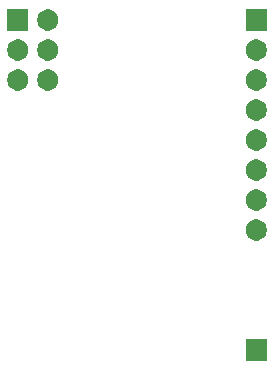
<source format=gbr>
G04 #@! TF.GenerationSoftware,KiCad,Pcbnew,5.1.5*
G04 #@! TF.CreationDate,2020-01-01T11:05:53+01:00*
G04 #@! TF.ProjectId,LORA_ATTINY84,4c4f5241-5f41-4545-9449-4e5938342e6b,rev?*
G04 #@! TF.SameCoordinates,Original*
G04 #@! TF.FileFunction,Soldermask,Bot*
G04 #@! TF.FilePolarity,Negative*
%FSLAX46Y46*%
G04 Gerber Fmt 4.6, Leading zero omitted, Abs format (unit mm)*
G04 Created by KiCad (PCBNEW 5.1.5) date 2020-01-01 11:05:53*
%MOMM*%
%LPD*%
G04 APERTURE LIST*
%ADD10C,0.100000*%
G04 APERTURE END LIST*
D10*
G36*
X90436000Y-77101000D02*
G01*
X88634000Y-77101000D01*
X88634000Y-75299000D01*
X90436000Y-75299000D01*
X90436000Y-77101000D01*
G37*
G36*
X89648512Y-65143927D02*
G01*
X89797812Y-65173624D01*
X89961784Y-65241544D01*
X90109354Y-65340147D01*
X90234853Y-65465646D01*
X90333456Y-65613216D01*
X90401376Y-65777188D01*
X90436000Y-65951259D01*
X90436000Y-66128741D01*
X90401376Y-66302812D01*
X90333456Y-66466784D01*
X90234853Y-66614354D01*
X90109354Y-66739853D01*
X89961784Y-66838456D01*
X89797812Y-66906376D01*
X89648512Y-66936073D01*
X89623742Y-66941000D01*
X89446258Y-66941000D01*
X89421488Y-66936073D01*
X89272188Y-66906376D01*
X89108216Y-66838456D01*
X88960646Y-66739853D01*
X88835147Y-66614354D01*
X88736544Y-66466784D01*
X88668624Y-66302812D01*
X88634000Y-66128741D01*
X88634000Y-65951259D01*
X88668624Y-65777188D01*
X88736544Y-65613216D01*
X88835147Y-65465646D01*
X88960646Y-65340147D01*
X89108216Y-65241544D01*
X89272188Y-65173624D01*
X89421488Y-65143927D01*
X89446258Y-65139000D01*
X89623742Y-65139000D01*
X89648512Y-65143927D01*
G37*
G36*
X89648512Y-62603927D02*
G01*
X89797812Y-62633624D01*
X89961784Y-62701544D01*
X90109354Y-62800147D01*
X90234853Y-62925646D01*
X90333456Y-63073216D01*
X90401376Y-63237188D01*
X90436000Y-63411259D01*
X90436000Y-63588741D01*
X90401376Y-63762812D01*
X90333456Y-63926784D01*
X90234853Y-64074354D01*
X90109354Y-64199853D01*
X89961784Y-64298456D01*
X89797812Y-64366376D01*
X89648512Y-64396073D01*
X89623742Y-64401000D01*
X89446258Y-64401000D01*
X89421488Y-64396073D01*
X89272188Y-64366376D01*
X89108216Y-64298456D01*
X88960646Y-64199853D01*
X88835147Y-64074354D01*
X88736544Y-63926784D01*
X88668624Y-63762812D01*
X88634000Y-63588741D01*
X88634000Y-63411259D01*
X88668624Y-63237188D01*
X88736544Y-63073216D01*
X88835147Y-62925646D01*
X88960646Y-62800147D01*
X89108216Y-62701544D01*
X89272188Y-62633624D01*
X89421488Y-62603927D01*
X89446258Y-62599000D01*
X89623742Y-62599000D01*
X89648512Y-62603927D01*
G37*
G36*
X89648512Y-60063927D02*
G01*
X89797812Y-60093624D01*
X89961784Y-60161544D01*
X90109354Y-60260147D01*
X90234853Y-60385646D01*
X90333456Y-60533216D01*
X90401376Y-60697188D01*
X90436000Y-60871259D01*
X90436000Y-61048741D01*
X90401376Y-61222812D01*
X90333456Y-61386784D01*
X90234853Y-61534354D01*
X90109354Y-61659853D01*
X89961784Y-61758456D01*
X89797812Y-61826376D01*
X89648512Y-61856073D01*
X89623742Y-61861000D01*
X89446258Y-61861000D01*
X89421488Y-61856073D01*
X89272188Y-61826376D01*
X89108216Y-61758456D01*
X88960646Y-61659853D01*
X88835147Y-61534354D01*
X88736544Y-61386784D01*
X88668624Y-61222812D01*
X88634000Y-61048741D01*
X88634000Y-60871259D01*
X88668624Y-60697188D01*
X88736544Y-60533216D01*
X88835147Y-60385646D01*
X88960646Y-60260147D01*
X89108216Y-60161544D01*
X89272188Y-60093624D01*
X89421488Y-60063927D01*
X89446258Y-60059000D01*
X89623742Y-60059000D01*
X89648512Y-60063927D01*
G37*
G36*
X89648512Y-57523927D02*
G01*
X89797812Y-57553624D01*
X89961784Y-57621544D01*
X90109354Y-57720147D01*
X90234853Y-57845646D01*
X90333456Y-57993216D01*
X90401376Y-58157188D01*
X90436000Y-58331259D01*
X90436000Y-58508741D01*
X90401376Y-58682812D01*
X90333456Y-58846784D01*
X90234853Y-58994354D01*
X90109354Y-59119853D01*
X89961784Y-59218456D01*
X89797812Y-59286376D01*
X89648512Y-59316073D01*
X89623742Y-59321000D01*
X89446258Y-59321000D01*
X89421488Y-59316073D01*
X89272188Y-59286376D01*
X89108216Y-59218456D01*
X88960646Y-59119853D01*
X88835147Y-58994354D01*
X88736544Y-58846784D01*
X88668624Y-58682812D01*
X88634000Y-58508741D01*
X88634000Y-58331259D01*
X88668624Y-58157188D01*
X88736544Y-57993216D01*
X88835147Y-57845646D01*
X88960646Y-57720147D01*
X89108216Y-57621544D01*
X89272188Y-57553624D01*
X89421488Y-57523927D01*
X89446258Y-57519000D01*
X89623742Y-57519000D01*
X89648512Y-57523927D01*
G37*
G36*
X89648512Y-54983927D02*
G01*
X89797812Y-55013624D01*
X89961784Y-55081544D01*
X90109354Y-55180147D01*
X90234853Y-55305646D01*
X90333456Y-55453216D01*
X90401376Y-55617188D01*
X90436000Y-55791259D01*
X90436000Y-55968741D01*
X90401376Y-56142812D01*
X90333456Y-56306784D01*
X90234853Y-56454354D01*
X90109354Y-56579853D01*
X89961784Y-56678456D01*
X89797812Y-56746376D01*
X89648512Y-56776073D01*
X89623742Y-56781000D01*
X89446258Y-56781000D01*
X89421488Y-56776073D01*
X89272188Y-56746376D01*
X89108216Y-56678456D01*
X88960646Y-56579853D01*
X88835147Y-56454354D01*
X88736544Y-56306784D01*
X88668624Y-56142812D01*
X88634000Y-55968741D01*
X88634000Y-55791259D01*
X88668624Y-55617188D01*
X88736544Y-55453216D01*
X88835147Y-55305646D01*
X88960646Y-55180147D01*
X89108216Y-55081544D01*
X89272188Y-55013624D01*
X89421488Y-54983927D01*
X89446258Y-54979000D01*
X89623742Y-54979000D01*
X89648512Y-54983927D01*
G37*
G36*
X89648512Y-52443927D02*
G01*
X89797812Y-52473624D01*
X89961784Y-52541544D01*
X90109354Y-52640147D01*
X90234853Y-52765646D01*
X90333456Y-52913216D01*
X90401376Y-53077188D01*
X90436000Y-53251259D01*
X90436000Y-53428741D01*
X90401376Y-53602812D01*
X90333456Y-53766784D01*
X90234853Y-53914354D01*
X90109354Y-54039853D01*
X89961784Y-54138456D01*
X89797812Y-54206376D01*
X89648512Y-54236073D01*
X89623742Y-54241000D01*
X89446258Y-54241000D01*
X89421488Y-54236073D01*
X89272188Y-54206376D01*
X89108216Y-54138456D01*
X88960646Y-54039853D01*
X88835147Y-53914354D01*
X88736544Y-53766784D01*
X88668624Y-53602812D01*
X88634000Y-53428741D01*
X88634000Y-53251259D01*
X88668624Y-53077188D01*
X88736544Y-52913216D01*
X88835147Y-52765646D01*
X88960646Y-52640147D01*
X89108216Y-52541544D01*
X89272188Y-52473624D01*
X89421488Y-52443927D01*
X89446258Y-52439000D01*
X89623742Y-52439000D01*
X89648512Y-52443927D01*
G37*
G36*
X71995512Y-52443927D02*
G01*
X72144812Y-52473624D01*
X72308784Y-52541544D01*
X72456354Y-52640147D01*
X72581853Y-52765646D01*
X72680456Y-52913216D01*
X72748376Y-53077188D01*
X72783000Y-53251259D01*
X72783000Y-53428741D01*
X72748376Y-53602812D01*
X72680456Y-53766784D01*
X72581853Y-53914354D01*
X72456354Y-54039853D01*
X72308784Y-54138456D01*
X72144812Y-54206376D01*
X71995512Y-54236073D01*
X71970742Y-54241000D01*
X71793258Y-54241000D01*
X71768488Y-54236073D01*
X71619188Y-54206376D01*
X71455216Y-54138456D01*
X71307646Y-54039853D01*
X71182147Y-53914354D01*
X71083544Y-53766784D01*
X71015624Y-53602812D01*
X70981000Y-53428741D01*
X70981000Y-53251259D01*
X71015624Y-53077188D01*
X71083544Y-52913216D01*
X71182147Y-52765646D01*
X71307646Y-52640147D01*
X71455216Y-52541544D01*
X71619188Y-52473624D01*
X71768488Y-52443927D01*
X71793258Y-52439000D01*
X71970742Y-52439000D01*
X71995512Y-52443927D01*
G37*
G36*
X69455512Y-52443927D02*
G01*
X69604812Y-52473624D01*
X69768784Y-52541544D01*
X69916354Y-52640147D01*
X70041853Y-52765646D01*
X70140456Y-52913216D01*
X70208376Y-53077188D01*
X70243000Y-53251259D01*
X70243000Y-53428741D01*
X70208376Y-53602812D01*
X70140456Y-53766784D01*
X70041853Y-53914354D01*
X69916354Y-54039853D01*
X69768784Y-54138456D01*
X69604812Y-54206376D01*
X69455512Y-54236073D01*
X69430742Y-54241000D01*
X69253258Y-54241000D01*
X69228488Y-54236073D01*
X69079188Y-54206376D01*
X68915216Y-54138456D01*
X68767646Y-54039853D01*
X68642147Y-53914354D01*
X68543544Y-53766784D01*
X68475624Y-53602812D01*
X68441000Y-53428741D01*
X68441000Y-53251259D01*
X68475624Y-53077188D01*
X68543544Y-52913216D01*
X68642147Y-52765646D01*
X68767646Y-52640147D01*
X68915216Y-52541544D01*
X69079188Y-52473624D01*
X69228488Y-52443927D01*
X69253258Y-52439000D01*
X69430742Y-52439000D01*
X69455512Y-52443927D01*
G37*
G36*
X69455512Y-49903927D02*
G01*
X69604812Y-49933624D01*
X69768784Y-50001544D01*
X69916354Y-50100147D01*
X70041853Y-50225646D01*
X70140456Y-50373216D01*
X70208376Y-50537188D01*
X70243000Y-50711259D01*
X70243000Y-50888741D01*
X70208376Y-51062812D01*
X70140456Y-51226784D01*
X70041853Y-51374354D01*
X69916354Y-51499853D01*
X69768784Y-51598456D01*
X69604812Y-51666376D01*
X69455512Y-51696073D01*
X69430742Y-51701000D01*
X69253258Y-51701000D01*
X69228488Y-51696073D01*
X69079188Y-51666376D01*
X68915216Y-51598456D01*
X68767646Y-51499853D01*
X68642147Y-51374354D01*
X68543544Y-51226784D01*
X68475624Y-51062812D01*
X68441000Y-50888741D01*
X68441000Y-50711259D01*
X68475624Y-50537188D01*
X68543544Y-50373216D01*
X68642147Y-50225646D01*
X68767646Y-50100147D01*
X68915216Y-50001544D01*
X69079188Y-49933624D01*
X69228488Y-49903927D01*
X69253258Y-49899000D01*
X69430742Y-49899000D01*
X69455512Y-49903927D01*
G37*
G36*
X89648512Y-49903927D02*
G01*
X89797812Y-49933624D01*
X89961784Y-50001544D01*
X90109354Y-50100147D01*
X90234853Y-50225646D01*
X90333456Y-50373216D01*
X90401376Y-50537188D01*
X90436000Y-50711259D01*
X90436000Y-50888741D01*
X90401376Y-51062812D01*
X90333456Y-51226784D01*
X90234853Y-51374354D01*
X90109354Y-51499853D01*
X89961784Y-51598456D01*
X89797812Y-51666376D01*
X89648512Y-51696073D01*
X89623742Y-51701000D01*
X89446258Y-51701000D01*
X89421488Y-51696073D01*
X89272188Y-51666376D01*
X89108216Y-51598456D01*
X88960646Y-51499853D01*
X88835147Y-51374354D01*
X88736544Y-51226784D01*
X88668624Y-51062812D01*
X88634000Y-50888741D01*
X88634000Y-50711259D01*
X88668624Y-50537188D01*
X88736544Y-50373216D01*
X88835147Y-50225646D01*
X88960646Y-50100147D01*
X89108216Y-50001544D01*
X89272188Y-49933624D01*
X89421488Y-49903927D01*
X89446258Y-49899000D01*
X89623742Y-49899000D01*
X89648512Y-49903927D01*
G37*
G36*
X71995512Y-49903927D02*
G01*
X72144812Y-49933624D01*
X72308784Y-50001544D01*
X72456354Y-50100147D01*
X72581853Y-50225646D01*
X72680456Y-50373216D01*
X72748376Y-50537188D01*
X72783000Y-50711259D01*
X72783000Y-50888741D01*
X72748376Y-51062812D01*
X72680456Y-51226784D01*
X72581853Y-51374354D01*
X72456354Y-51499853D01*
X72308784Y-51598456D01*
X72144812Y-51666376D01*
X71995512Y-51696073D01*
X71970742Y-51701000D01*
X71793258Y-51701000D01*
X71768488Y-51696073D01*
X71619188Y-51666376D01*
X71455216Y-51598456D01*
X71307646Y-51499853D01*
X71182147Y-51374354D01*
X71083544Y-51226784D01*
X71015624Y-51062812D01*
X70981000Y-50888741D01*
X70981000Y-50711259D01*
X71015624Y-50537188D01*
X71083544Y-50373216D01*
X71182147Y-50225646D01*
X71307646Y-50100147D01*
X71455216Y-50001544D01*
X71619188Y-49933624D01*
X71768488Y-49903927D01*
X71793258Y-49899000D01*
X71970742Y-49899000D01*
X71995512Y-49903927D01*
G37*
G36*
X90436000Y-49161000D02*
G01*
X88634000Y-49161000D01*
X88634000Y-47359000D01*
X90436000Y-47359000D01*
X90436000Y-49161000D01*
G37*
G36*
X70243000Y-49161000D02*
G01*
X68441000Y-49161000D01*
X68441000Y-47359000D01*
X70243000Y-47359000D01*
X70243000Y-49161000D01*
G37*
G36*
X71995512Y-47363927D02*
G01*
X72144812Y-47393624D01*
X72308784Y-47461544D01*
X72456354Y-47560147D01*
X72581853Y-47685646D01*
X72680456Y-47833216D01*
X72748376Y-47997188D01*
X72783000Y-48171259D01*
X72783000Y-48348741D01*
X72748376Y-48522812D01*
X72680456Y-48686784D01*
X72581853Y-48834354D01*
X72456354Y-48959853D01*
X72308784Y-49058456D01*
X72144812Y-49126376D01*
X71995512Y-49156073D01*
X71970742Y-49161000D01*
X71793258Y-49161000D01*
X71768488Y-49156073D01*
X71619188Y-49126376D01*
X71455216Y-49058456D01*
X71307646Y-48959853D01*
X71182147Y-48834354D01*
X71083544Y-48686784D01*
X71015624Y-48522812D01*
X70981000Y-48348741D01*
X70981000Y-48171259D01*
X71015624Y-47997188D01*
X71083544Y-47833216D01*
X71182147Y-47685646D01*
X71307646Y-47560147D01*
X71455216Y-47461544D01*
X71619188Y-47393624D01*
X71768488Y-47363927D01*
X71793258Y-47359000D01*
X71970742Y-47359000D01*
X71995512Y-47363927D01*
G37*
M02*

</source>
